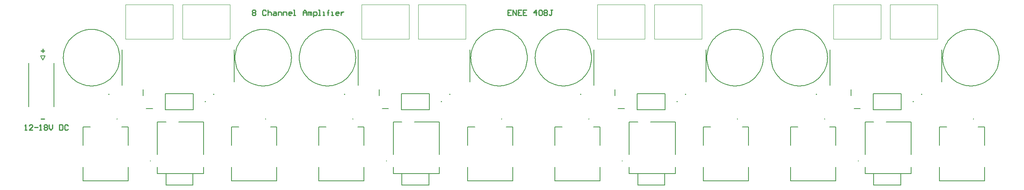
<source format=gto>
%FSTAX25Y25*%
%MOIN*%
%SFA1B1*%

%IPPOS*%
%ADD10C,0.003937*%
%ADD11C,0.007874*%
%ADD12C,0.005000*%
%ADD13C,0.010000*%
%LNamp_8ch-1*%
%LPD*%
G54D10*
X0728515Y0021192D02*
D01*
X0728515Y0021178*
X0728517Y0021165*
X0728519Y0021151*
X0728523Y0021138*
X0728527Y0021125*
X0728532Y0021112*
X0728538Y00211*
X0728545Y0021088*
X0728552Y0021076*
X0728561Y0021065*
X072857Y0021055*
X072858Y0021046*
X0728591Y0021037*
X0728602Y0021029*
X0728613Y0021022*
X0728625Y0021015*
X0728638Y002101*
X0728651Y0021005*
X0728664Y0021001*
X0728678Y0020998*
X0728691Y0020996*
X0728705Y0020995*
X0728719*
X0728732Y0020996*
X0728746Y0020998*
X0728759Y0021001*
X0728773Y0021005*
X0728785Y002101*
X0728798Y0021015*
X072881Y0021022*
X0728822Y0021029*
X0728833Y0021037*
X0728843Y0021046*
X0728853Y0021055*
X0728862Y0021065*
X0728871Y0021076*
X0728879Y0021088*
X0728885Y00211*
X0728891Y0021112*
X0728897Y0021125*
X0728901Y0021138*
X0728904Y0021151*
X0728907Y0021165*
X0728908Y0021178*
X0728909Y0021192*
D01*
X0728908Y0021206*
X0728907Y0021219*
X0728904Y0021233*
X0728901Y0021246*
X0728897Y0021259*
X0728892Y0021272*
X0728886Y0021284*
X0728879Y0021296*
X0728871Y0021308*
X0728863Y0021319*
X0728853Y0021329*
X0728843Y0021338*
X0728833Y0021347*
X0728822Y0021355*
X072881Y0021362*
X0728798Y0021369*
X0728786Y0021374*
X0728773Y0021379*
X0728759Y0021383*
X0728746Y0021386*
X0728732Y0021388*
X0728719Y0021389*
X0728705*
X0728691Y0021388*
X0728678Y0021386*
X0728664Y0021383*
X0728651Y0021379*
X0728638Y0021374*
X0728626Y0021369*
X0728613Y0021362*
X0728602Y0021355*
X0728591Y0021347*
X072858Y0021338*
X072857Y0021329*
X0728561Y0021319*
X0728553Y0021308*
X0728545Y0021296*
X0728538Y0021284*
X0728532Y0021272*
X0728527Y0021259*
X0728523Y0021246*
X0728519Y0021233*
X0728517Y0021219*
X0728515Y0021206*
X0728515Y0021192*
X0523015D02*
D01*
X0523015Y0021178*
X0523017Y0021165*
X0523019Y0021151*
X0523023Y0021138*
X0523027Y0021125*
X0523032Y0021112*
X0523038Y00211*
X0523045Y0021088*
X0523052Y0021076*
X0523061Y0021065*
X052307Y0021055*
X052308Y0021046*
X0523091Y0021037*
X0523102Y0021029*
X0523113Y0021022*
X0523125Y0021015*
X0523138Y002101*
X0523151Y0021005*
X0523164Y0021001*
X0523178Y0020998*
X0523191Y0020996*
X0523205Y0020995*
X0523219*
X0523232Y0020996*
X0523246Y0020998*
X0523259Y0021001*
X0523273Y0021005*
X0523285Y002101*
X0523298Y0021015*
X052331Y0021022*
X0523322Y0021029*
X0523333Y0021037*
X0523343Y0021046*
X0523353Y0021055*
X0523362Y0021065*
X0523371Y0021076*
X0523379Y0021088*
X0523385Y00211*
X0523391Y0021112*
X0523397Y0021125*
X0523401Y0021138*
X0523404Y0021151*
X0523407Y0021165*
X0523408Y0021178*
X0523409Y0021192*
D01*
X0523408Y0021206*
X0523407Y0021219*
X0523404Y0021233*
X0523401Y0021246*
X0523397Y0021259*
X0523392Y0021272*
X0523386Y0021284*
X0523379Y0021296*
X0523371Y0021308*
X0523363Y0021319*
X0523353Y0021329*
X0523343Y0021338*
X0523333Y0021347*
X0523322Y0021355*
X052331Y0021362*
X0523298Y0021369*
X0523286Y0021374*
X0523273Y0021379*
X0523259Y0021383*
X0523246Y0021386*
X0523232Y0021388*
X0523219Y0021389*
X0523205*
X0523191Y0021388*
X0523178Y0021386*
X0523164Y0021383*
X0523151Y0021379*
X0523138Y0021374*
X0523126Y0021369*
X0523113Y0021362*
X0523102Y0021355*
X0523091Y0021347*
X052308Y0021338*
X052307Y0021329*
X0523061Y0021319*
X0523053Y0021308*
X0523045Y0021296*
X0523038Y0021284*
X0523032Y0021272*
X0523027Y0021259*
X0523023Y0021246*
X0523019Y0021233*
X0523017Y0021219*
X0523015Y0021206*
X0523015Y0021192*
X0317515D02*
D01*
X0317515Y0021178*
X0317517Y0021165*
X0317519Y0021151*
X0317523Y0021138*
X0317527Y0021125*
X0317532Y0021112*
X0317538Y00211*
X0317545Y0021088*
X0317552Y0021076*
X0317561Y0021065*
X031757Y0021055*
X031758Y0021046*
X0317591Y0021037*
X0317602Y0021029*
X0317613Y0021022*
X0317625Y0021015*
X0317638Y002101*
X0317651Y0021005*
X0317664Y0021001*
X0317678Y0020998*
X0317691Y0020996*
X0317705Y0020995*
X0317719*
X0317732Y0020996*
X0317746Y0020998*
X0317759Y0021001*
X0317773Y0021005*
X0317785Y002101*
X0317798Y0021015*
X031781Y0021022*
X0317822Y0021029*
X0317833Y0021037*
X0317843Y0021046*
X0317853Y0021055*
X0317862Y0021065*
X0317871Y0021076*
X0317879Y0021088*
X0317885Y00211*
X0317891Y0021112*
X0317897Y0021125*
X0317901Y0021138*
X0317904Y0021151*
X0317907Y0021165*
X0317908Y0021178*
X0317909Y0021192*
D01*
X0317908Y0021206*
X0317907Y0021219*
X0317904Y0021233*
X0317901Y0021246*
X0317897Y0021259*
X0317892Y0021272*
X0317886Y0021284*
X0317879Y0021296*
X0317871Y0021308*
X0317863Y0021319*
X0317853Y0021329*
X0317843Y0021338*
X0317833Y0021347*
X0317822Y0021355*
X031781Y0021362*
X0317798Y0021369*
X0317786Y0021374*
X0317773Y0021379*
X0317759Y0021383*
X0317746Y0021386*
X0317732Y0021388*
X0317719Y0021389*
X0317705*
X0317691Y0021388*
X0317678Y0021386*
X0317664Y0021383*
X0317651Y0021379*
X0317638Y0021374*
X0317626Y0021369*
X0317613Y0021362*
X0317602Y0021355*
X0317591Y0021347*
X031758Y0021338*
X031757Y0021329*
X0317561Y0021319*
X0317553Y0021308*
X0317545Y0021296*
X0317538Y0021284*
X0317532Y0021272*
X0317527Y0021259*
X0317523Y0021246*
X0317519Y0021233*
X0317517Y0021219*
X0317515Y0021206*
X0317515Y0021192*
X0112015D02*
D01*
X0112015Y0021178*
X0112017Y0021165*
X0112019Y0021151*
X0112023Y0021138*
X0112027Y0021125*
X0112032Y0021112*
X0112038Y00211*
X0112045Y0021088*
X0112052Y0021076*
X0112061Y0021065*
X011207Y0021055*
X011208Y0021046*
X0112091Y0021037*
X0112102Y0021029*
X0112113Y0021022*
X0112125Y0021015*
X0112138Y002101*
X0112151Y0021005*
X0112164Y0021001*
X0112178Y0020998*
X0112191Y0020996*
X0112205Y0020995*
X0112219*
X0112232Y0020996*
X0112246Y0020998*
X0112259Y0021001*
X0112273Y0021005*
X0112285Y002101*
X0112298Y0021015*
X011231Y0021022*
X0112322Y0021029*
X0112333Y0021037*
X0112343Y0021046*
X0112353Y0021055*
X0112362Y0021065*
X0112371Y0021076*
X0112379Y0021088*
X0112385Y00211*
X0112391Y0021112*
X0112397Y0021125*
X0112401Y0021138*
X0112404Y0021151*
X0112407Y0021165*
X0112408Y0021178*
X0112409Y0021192*
D01*
X0112408Y0021206*
X0112407Y0021219*
X0112404Y0021233*
X0112401Y0021246*
X0112397Y0021259*
X0112392Y0021272*
X0112386Y0021284*
X0112379Y0021296*
X0112371Y0021308*
X0112363Y0021319*
X0112353Y0021329*
X0112343Y0021338*
X0112333Y0021347*
X0112322Y0021355*
X011231Y0021362*
X0112298Y0021369*
X0112286Y0021374*
X0112273Y0021379*
X0112259Y0021383*
X0112246Y0021386*
X0112232Y0021388*
X0112219Y0021389*
X0112205*
X0112191Y0021388*
X0112178Y0021386*
X0112164Y0021383*
X0112151Y0021379*
X0112138Y0021374*
X0112126Y0021369*
X0112113Y0021362*
X0112102Y0021355*
X0112091Y0021347*
X011208Y0021338*
X011207Y0021329*
X0112061Y0021319*
X0112053Y0021308*
X0112045Y0021296*
X0112038Y0021284*
X0112032Y0021272*
X0112027Y0021259*
X0112023Y0021246*
X0112019Y0021233*
X0112017Y0021219*
X0112015Y0021206*
X0112015Y0021192*
X0699519Y0057409D02*
D01*
X0699533Y0057409*
X0699547Y0057411*
X069956Y0057413*
X0699573Y0057417*
X0699587Y0057421*
X0699599Y0057426*
X0699612Y0057432*
X0699623Y0057439*
X0699635Y0057447*
X0699646Y0057455*
X0699656Y0057464*
X0699665Y0057474*
X0699674Y0057485*
X0699682Y0057496*
X069969Y0057507*
X0699696Y005752*
X0699702Y0057532*
X0699706Y0057545*
X069971Y0057558*
X0699713Y0057572*
X0699715Y0057585*
X0699716Y0057599*
Y0057613*
X0699715Y0057626*
X0699713Y005764*
X069971Y0057653*
X0699706Y0057667*
X0699702Y005768*
X0699696Y0057692*
X069969Y0057704*
X0699682Y0057716*
X0699674Y0057727*
X0699665Y0057737*
X0699656Y0057747*
X0699646Y0057757*
X0699635Y0057765*
X0699623Y0057773*
X0699612Y005778*
X0699599Y0057786*
X0699587Y0057791*
X0699573Y0057795*
X069956Y0057798*
X0699547Y0057801*
X0699533Y0057802*
X0699519Y0057803*
D01*
X0699505Y0057802*
X0699492Y0057801*
X0699478Y0057798*
X0699465Y0057795*
X0699452Y0057791*
X0699439Y0057786*
X0699427Y005778*
X0699415Y0057773*
X0699404Y0057765*
X0699393Y0057757*
X0699382Y0057747*
X0699373Y0057738*
X0699364Y0057727*
X0699356Y0057716*
X0699349Y0057704*
X0699342Y0057692*
X0699337Y005768*
X0699332Y0057667*
X0699328Y0057654*
X0699325Y005764*
X0699323Y0057626*
X0699323Y0057613*
Y0057599*
X0699323Y0057585*
X0699325Y0057572*
X0699328Y0057558*
X0699332Y0057545*
X0699337Y0057532*
X0699342Y005752*
X0699349Y0057508*
X0699356Y0057496*
X0699364Y0057485*
X0699373Y0057474*
X0699382Y0057464*
X0699393Y0057455*
X0699404Y0057447*
X0699415Y0057439*
X0699427Y0057432*
X0699439Y0057426*
X0699452Y0057421*
X0699465Y0057417*
X0699478Y0057413*
X0699492Y0057411*
X0699505Y005741*
X0699519Y0057409*
X0829019D02*
D01*
X0829033Y0057409*
X0829047Y0057411*
X082906Y0057413*
X0829073Y0057417*
X0829087Y0057421*
X0829099Y0057426*
X0829112Y0057432*
X0829123Y0057439*
X0829135Y0057447*
X0829146Y0057455*
X0829156Y0057464*
X0829165Y0057474*
X0829174Y0057485*
X0829182Y0057496*
X082919Y0057507*
X0829196Y005752*
X0829202Y0057532*
X0829206Y0057545*
X082921Y0057558*
X0829213Y0057572*
X0829215Y0057585*
X0829216Y0057599*
Y0057613*
X0829215Y0057626*
X0829213Y005764*
X082921Y0057653*
X0829206Y0057667*
X0829202Y005768*
X0829196Y0057692*
X082919Y0057704*
X0829182Y0057716*
X0829174Y0057727*
X0829165Y0057737*
X0829156Y0057747*
X0829146Y0057757*
X0829135Y0057765*
X0829123Y0057773*
X0829112Y005778*
X0829099Y0057786*
X0829087Y0057791*
X0829073Y0057795*
X082906Y0057798*
X0829047Y0057801*
X0829033Y0057802*
X0829019Y0057803*
D01*
X0829005Y0057802*
X0828992Y0057801*
X0828978Y0057798*
X0828965Y0057795*
X0828952Y0057791*
X0828939Y0057786*
X0828927Y005778*
X0828915Y0057773*
X0828904Y0057765*
X0828893Y0057757*
X0828882Y0057747*
X0828873Y0057738*
X0828864Y0057727*
X0828856Y0057716*
X0828849Y0057704*
X0828842Y0057692*
X0828837Y005768*
X0828832Y0057667*
X0828828Y0057654*
X0828825Y005764*
X0828823Y0057626*
X0828823Y0057613*
Y0057599*
X0828823Y0057585*
X0828825Y0057572*
X0828828Y0057558*
X0828832Y0057545*
X0828837Y0057532*
X0828842Y005752*
X0828849Y0057508*
X0828856Y0057496*
X0828864Y0057485*
X0828873Y0057474*
X0828882Y0057464*
X0828893Y0057455*
X0828904Y0057447*
X0828915Y0057439*
X0828927Y0057432*
X0828939Y0057426*
X0828952Y0057421*
X0828965Y0057417*
X0828978Y0057413*
X0828992Y0057411*
X0829005Y005741*
X0829019Y0057409*
X0494019D02*
D01*
X0494033Y0057409*
X0494047Y0057411*
X049406Y0057413*
X0494073Y0057417*
X0494087Y0057421*
X0494099Y0057426*
X0494112Y0057432*
X0494123Y0057439*
X0494135Y0057447*
X0494146Y0057455*
X0494156Y0057464*
X0494165Y0057474*
X0494174Y0057485*
X0494182Y0057496*
X049419Y0057507*
X0494196Y005752*
X0494202Y0057532*
X0494206Y0057545*
X049421Y0057558*
X0494213Y0057572*
X0494215Y0057585*
X0494216Y0057599*
Y0057613*
X0494215Y0057626*
X0494213Y005764*
X049421Y0057653*
X0494206Y0057667*
X0494202Y005768*
X0494196Y0057692*
X049419Y0057704*
X0494182Y0057716*
X0494174Y0057727*
X0494165Y0057737*
X0494156Y0057747*
X0494146Y0057757*
X0494135Y0057765*
X0494123Y0057773*
X0494112Y005778*
X0494099Y0057786*
X0494087Y0057791*
X0494073Y0057795*
X049406Y0057798*
X0494047Y0057801*
X0494033Y0057802*
X0494019Y0057803*
D01*
X0494005Y0057802*
X0493992Y0057801*
X0493978Y0057798*
X0493965Y0057795*
X0493952Y0057791*
X0493939Y0057786*
X0493927Y005778*
X0493915Y0057773*
X0493904Y0057765*
X0493893Y0057757*
X0493882Y0057747*
X0493873Y0057738*
X0493864Y0057727*
X0493856Y0057716*
X0493849Y0057704*
X0493842Y0057692*
X0493837Y005768*
X0493832Y0057667*
X0493828Y0057654*
X0493825Y005764*
X0493823Y0057626*
X0493823Y0057613*
Y0057599*
X0493823Y0057585*
X0493825Y0057572*
X0493828Y0057558*
X0493832Y0057545*
X0493837Y0057532*
X0493842Y005752*
X0493849Y0057508*
X0493856Y0057496*
X0493864Y0057485*
X0493873Y0057474*
X0493882Y0057464*
X0493893Y0057455*
X0493904Y0057447*
X0493915Y0057439*
X0493927Y0057432*
X0493939Y0057426*
X0493952Y0057421*
X0493965Y0057417*
X0493978Y0057413*
X0493992Y0057411*
X0494005Y005741*
X0494019Y0057409*
X0623519D02*
D01*
X0623533Y0057409*
X0623547Y0057411*
X062356Y0057413*
X0623573Y0057417*
X0623587Y0057421*
X0623599Y0057426*
X0623612Y0057432*
X0623623Y0057439*
X0623635Y0057447*
X0623646Y0057455*
X0623656Y0057464*
X0623665Y0057474*
X0623674Y0057485*
X0623682Y0057496*
X062369Y0057507*
X0623696Y005752*
X0623702Y0057532*
X0623706Y0057545*
X062371Y0057558*
X0623713Y0057572*
X0623715Y0057585*
X0623716Y0057599*
Y0057613*
X0623715Y0057626*
X0623713Y005764*
X062371Y0057653*
X0623706Y0057667*
X0623702Y005768*
X0623696Y0057692*
X062369Y0057704*
X0623682Y0057716*
X0623674Y0057727*
X0623665Y0057737*
X0623656Y0057747*
X0623646Y0057757*
X0623635Y0057765*
X0623623Y0057773*
X0623612Y005778*
X0623599Y0057786*
X0623587Y0057791*
X0623573Y0057795*
X062356Y0057798*
X0623547Y0057801*
X0623533Y0057802*
X0623519Y0057803*
D01*
X0623505Y0057802*
X0623492Y0057801*
X0623478Y0057798*
X0623465Y0057795*
X0623452Y0057791*
X0623439Y0057786*
X0623427Y005778*
X0623415Y0057773*
X0623404Y0057765*
X0623393Y0057757*
X0623382Y0057747*
X0623373Y0057738*
X0623364Y0057727*
X0623356Y0057716*
X0623349Y0057704*
X0623342Y0057692*
X0623337Y005768*
X0623332Y0057667*
X0623328Y0057654*
X0623325Y005764*
X0623323Y0057626*
X0623323Y0057613*
Y0057599*
X0623323Y0057585*
X0623325Y0057572*
X0623328Y0057558*
X0623332Y0057545*
X0623337Y0057532*
X0623342Y005752*
X0623349Y0057508*
X0623356Y0057496*
X0623364Y0057485*
X0623373Y0057474*
X0623382Y0057464*
X0623393Y0057455*
X0623404Y0057447*
X0623415Y0057439*
X0623427Y0057432*
X0623439Y0057426*
X0623452Y0057421*
X0623465Y0057417*
X0623478Y0057413*
X0623492Y0057411*
X0623505Y005741*
X0623519Y0057409*
X0288519D02*
D01*
X0288533Y0057409*
X0288547Y0057411*
X028856Y0057413*
X0288573Y0057417*
X0288587Y0057421*
X0288599Y0057426*
X0288612Y0057432*
X0288623Y0057439*
X0288635Y0057447*
X0288646Y0057455*
X0288656Y0057464*
X0288665Y0057474*
X0288674Y0057485*
X0288682Y0057496*
X028869Y0057507*
X0288696Y005752*
X0288702Y0057532*
X0288706Y0057545*
X028871Y0057558*
X0288713Y0057572*
X0288715Y0057585*
X0288716Y0057599*
Y0057613*
X0288715Y0057626*
X0288713Y005764*
X028871Y0057653*
X0288706Y0057667*
X0288702Y005768*
X0288696Y0057692*
X028869Y0057704*
X0288682Y0057716*
X0288674Y0057727*
X0288665Y0057737*
X0288656Y0057747*
X0288646Y0057757*
X0288635Y0057765*
X0288623Y0057773*
X0288612Y005778*
X0288599Y0057786*
X0288587Y0057791*
X0288573Y0057795*
X028856Y0057798*
X0288547Y0057801*
X0288533Y0057802*
X0288519Y0057803*
D01*
X0288505Y0057802*
X0288492Y0057801*
X0288478Y0057798*
X0288465Y0057795*
X0288452Y0057791*
X0288439Y0057786*
X0288427Y005778*
X0288415Y0057773*
X0288404Y0057765*
X0288393Y0057757*
X0288382Y0057747*
X0288373Y0057738*
X0288364Y0057727*
X0288356Y0057716*
X0288349Y0057704*
X0288342Y0057692*
X0288337Y005768*
X0288332Y0057667*
X0288328Y0057654*
X0288325Y005764*
X0288323Y0057626*
X0288323Y0057613*
Y0057599*
X0288323Y0057585*
X0288325Y0057572*
X0288328Y0057558*
X0288332Y0057545*
X0288337Y0057532*
X0288342Y005752*
X0288349Y0057508*
X0288356Y0057496*
X0288364Y0057485*
X0288373Y0057474*
X0288382Y0057464*
X0288393Y0057455*
X0288404Y0057447*
X0288415Y0057439*
X0288427Y0057432*
X0288439Y0057426*
X0288452Y0057421*
X0288465Y0057417*
X0288478Y0057413*
X0288492Y0057411*
X0288505Y005741*
X0288519Y0057409*
X0418019D02*
D01*
X0418033Y0057409*
X0418047Y0057411*
X041806Y0057413*
X0418073Y0057417*
X0418087Y0057421*
X0418099Y0057426*
X0418112Y0057432*
X0418123Y0057439*
X0418135Y0057447*
X0418146Y0057455*
X0418156Y0057464*
X0418165Y0057474*
X0418174Y0057485*
X0418182Y0057496*
X041819Y0057507*
X0418196Y005752*
X0418202Y0057532*
X0418206Y0057545*
X041821Y0057558*
X0418213Y0057572*
X0418215Y0057585*
X0418216Y0057599*
Y0057613*
X0418215Y0057626*
X0418213Y005764*
X041821Y0057653*
X0418206Y0057667*
X0418202Y005768*
X0418196Y0057692*
X041819Y0057704*
X0418182Y0057716*
X0418174Y0057727*
X0418165Y0057737*
X0418156Y0057747*
X0418146Y0057757*
X0418135Y0057765*
X0418123Y0057773*
X0418112Y005778*
X0418099Y0057786*
X0418087Y0057791*
X0418073Y0057795*
X041806Y0057798*
X0418047Y0057801*
X0418033Y0057802*
X0418019Y0057803*
D01*
X0418005Y0057802*
X0417992Y0057801*
X0417978Y0057798*
X0417965Y0057795*
X0417952Y0057791*
X0417939Y0057786*
X0417927Y005778*
X0417915Y0057773*
X0417904Y0057765*
X0417893Y0057757*
X0417882Y0057747*
X0417873Y0057738*
X0417864Y0057727*
X0417856Y0057716*
X0417849Y0057704*
X0417842Y0057692*
X0417837Y005768*
X0417832Y0057667*
X0417828Y0057654*
X0417825Y005764*
X0417823Y0057626*
X0417823Y0057613*
Y0057599*
X0417823Y0057585*
X0417825Y0057572*
X0417828Y0057558*
X0417832Y0057545*
X0417837Y0057532*
X0417842Y005752*
X0417849Y0057508*
X0417856Y0057496*
X0417864Y0057485*
X0417873Y0057474*
X0417882Y0057464*
X0417893Y0057455*
X0417904Y0057447*
X0417915Y0057439*
X0417927Y0057432*
X0417939Y0057426*
X0417952Y0057421*
X0417965Y0057417*
X0417978Y0057413*
X0417992Y0057411*
X0418005Y005741*
X0418019Y0057409*
X0083019D02*
D01*
X0083033Y0057409*
X0083047Y0057411*
X008306Y0057413*
X0083073Y0057417*
X0083087Y0057421*
X0083099Y0057426*
X0083112Y0057432*
X0083123Y0057439*
X0083135Y0057447*
X0083146Y0057455*
X0083156Y0057464*
X0083165Y0057474*
X0083174Y0057485*
X0083182Y0057496*
X008319Y0057507*
X0083196Y005752*
X0083202Y0057532*
X0083206Y0057545*
X008321Y0057558*
X0083213Y0057572*
X0083215Y0057585*
X0083216Y0057599*
Y0057613*
X0083215Y0057626*
X0083213Y005764*
X008321Y0057653*
X0083206Y0057667*
X0083202Y005768*
X0083196Y0057692*
X008319Y0057704*
X0083182Y0057716*
X0083174Y0057727*
X0083165Y0057737*
X0083156Y0057747*
X0083146Y0057757*
X0083135Y0057765*
X0083123Y0057773*
X0083112Y005778*
X0083099Y0057786*
X0083087Y0057791*
X0083073Y0057795*
X008306Y0057798*
X0083047Y0057801*
X0083033Y0057802*
X0083019Y0057803*
D01*
X0083005Y0057802*
X0082992Y0057801*
X0082978Y0057798*
X0082965Y0057795*
X0082952Y0057791*
X0082939Y0057786*
X0082927Y005778*
X0082915Y0057773*
X0082904Y0057765*
X0082893Y0057757*
X0082882Y0057747*
X0082873Y0057738*
X0082864Y0057727*
X0082856Y0057716*
X0082849Y0057704*
X0082842Y0057692*
X0082837Y005768*
X0082832Y0057667*
X0082828Y0057654*
X0082825Y005764*
X0082823Y0057626*
X0082823Y0057613*
Y0057599*
X0082823Y0057585*
X0082825Y0057572*
X0082828Y0057558*
X0082832Y0057545*
X0082837Y0057532*
X0082842Y005752*
X0082849Y0057508*
X0082856Y0057496*
X0082864Y0057485*
X0082873Y0057474*
X0082882Y0057464*
X0082893Y0057455*
X0082904Y0057447*
X0082915Y0057439*
X0082927Y0057432*
X0082939Y0057426*
X0082952Y0057421*
X0082965Y0057417*
X0082978Y0057413*
X0082992Y0057411*
X0083005Y005741*
X0083019Y0057409*
X0212519D02*
D01*
X0212533Y0057409*
X0212547Y0057411*
X021256Y0057413*
X0212573Y0057417*
X0212587Y0057421*
X0212599Y0057426*
X0212612Y0057432*
X0212623Y0057439*
X0212635Y0057447*
X0212646Y0057455*
X0212656Y0057464*
X0212665Y0057474*
X0212674Y0057485*
X0212682Y0057496*
X021269Y0057507*
X0212696Y005752*
X0212702Y0057532*
X0212706Y0057545*
X021271Y0057558*
X0212713Y0057572*
X0212715Y0057585*
X0212716Y0057599*
Y0057613*
X0212715Y0057626*
X0212713Y005764*
X021271Y0057653*
X0212706Y0057667*
X0212702Y005768*
X0212696Y0057692*
X021269Y0057704*
X0212682Y0057716*
X0212674Y0057727*
X0212665Y0057737*
X0212656Y0057747*
X0212646Y0057757*
X0212635Y0057765*
X0212623Y0057773*
X0212612Y005778*
X0212599Y0057786*
X0212587Y0057791*
X0212573Y0057795*
X021256Y0057798*
X0212547Y0057801*
X0212533Y0057802*
X0212519Y0057803*
D01*
X0212505Y0057802*
X0212492Y0057801*
X0212478Y0057798*
X0212465Y0057795*
X0212452Y0057791*
X0212439Y0057786*
X0212427Y005778*
X0212415Y0057773*
X0212404Y0057765*
X0212393Y0057757*
X0212382Y0057747*
X0212373Y0057738*
X0212364Y0057727*
X0212356Y0057716*
X0212349Y0057704*
X0212342Y0057692*
X0212337Y005768*
X0212332Y0057667*
X0212328Y0057654*
X0212325Y005764*
X0212323Y0057626*
X0212323Y0057613*
Y0057599*
X0212323Y0057585*
X0212325Y0057572*
X0212328Y0057558*
X0212332Y0057545*
X0212337Y0057532*
X0212342Y005752*
X0212349Y0057508*
X0212356Y0057496*
X0212364Y0057485*
X0212373Y0057474*
X0212382Y0057464*
X0212393Y0057455*
X0212404Y0057447*
X0212415Y0057439*
X0212427Y0057432*
X0212439Y0057426*
X0212452Y0057421*
X0212465Y0057417*
X0212478Y0057413*
X0212492Y0057411*
X0212505Y005741*
X0212519Y0057409*
X0707173Y0157141D02*
X0748511D01*
Y012722D02*
Y0157141D01*
X0707173Y012722D02*
X0748511D01*
X0707173D02*
Y0157141D01*
X0756673D02*
X0798011D01*
Y012722D02*
Y0157141D01*
X0756673Y012722D02*
X0798011D01*
X0756673D02*
Y0157141D01*
X0501673D02*
X0543011D01*
Y012722D02*
Y0157141D01*
X0501673Y012722D02*
X0543011D01*
X0501673D02*
Y0157141D01*
X0551173D02*
X0592511D01*
Y012722D02*
Y0157141D01*
X0551173Y012722D02*
X0592511D01*
X0551173D02*
Y0157141D01*
X0296173D02*
X0337511D01*
Y012722D02*
Y0157141D01*
X0296173Y012722D02*
X0337511D01*
X0296173D02*
Y0157141D01*
X0345673D02*
X0387011D01*
Y012722D02*
Y0157141D01*
X0345673Y012722D02*
X0387011D01*
X0345673D02*
Y0157141D01*
X0090673D02*
X0132011D01*
Y012722D02*
Y0157141D01*
X0090673Y012722D02*
X0132011D01*
X0090673D02*
Y0157141D01*
X0140173D02*
X0181511D01*
Y012722D02*
Y0157141D01*
X0140173Y012722D02*
X0181511D01*
X0140173D02*
Y0157141D01*
G54D11*
X0692657Y0079126D02*
D01*
X0692657Y0079139*
X0692655Y0079153*
X0692653Y0079166*
X0692649Y007918*
X0692645Y0079193*
X069264Y0079206*
X0692634Y0079218*
X0692627Y007923*
X0692619Y0079241*
X0692611Y0079252*
X0692602Y0079262*
X0692592Y0079272*
X0692581Y0079281*
X069257Y0079289*
X0692559Y0079296*
X0692546Y0079302*
X0692534Y0079308*
X0692521Y0079313*
X0692508Y0079316*
X0692494Y0079319*
X0692481Y0079321*
X0692467Y0079322*
X0692453*
X069244Y0079321*
X0692426Y0079319*
X0692413Y0079316*
X0692399Y0079313*
X0692386Y0079308*
X0692374Y0079302*
X0692362Y0079296*
X069235Y0079289*
X0692339Y0079281*
X0692329Y0079272*
X0692319Y0079262*
X0692309Y0079252*
X0692301Y0079241*
X0692293Y007923*
X0692286Y0079218*
X069228Y0079206*
X0692275Y0079193*
X0692271Y007918*
X0692268Y0079166*
X0692265Y0079153*
X0692264Y0079139*
X0692263Y0079126*
X0692264Y0079112*
X0692265Y0079098*
X0692268Y0079085*
X0692271Y0079071*
X0692275Y0079058*
X069228Y0079045*
X0692286Y0079033*
X0692293Y0079021*
X0692301Y007901*
X0692309Y0078999*
X0692319Y0078989*
X0692329Y0078979*
X0692339Y007897*
X069235Y0078962*
X0692362Y0078955*
X0692374Y0078949*
X0692386Y0078943*
X0692399Y0078938*
X0692413Y0078935*
X0692426Y0078932*
X069244Y007893*
X0692453Y0078929*
X0692467*
X0692481Y007893*
X0692494Y0078932*
X0692508Y0078935*
X0692521Y0078938*
X0692534Y0078943*
X0692546Y0078949*
X0692559Y0078955*
X069257Y0078962*
X0692581Y007897*
X0692592Y0078979*
X0692602Y0078989*
X0692611Y0078999*
X0692619Y007901*
X0692627Y0079021*
X0692634Y0079033*
X069264Y0079045*
X0692645Y0079058*
X0692649Y0079071*
X0692653Y0079085*
X0692655Y0079098*
X0692657Y0079112*
X0692657Y0079126*
X0702106Y0110968D02*
D01*
X0702046Y0112684*
X0701866Y0114393*
X0701568Y0116084*
X0701153Y011775*
X0700622Y0119384*
X0699978Y0120976*
X0699226Y012252*
X0698367Y0124007*
X0697406Y0125431*
X0696349Y0126785*
X06952Y0128061*
X0693964Y0129254*
X0692649Y0130358*
X0691259Y0131368*
X0689803Y0132278*
X0688286Y0133084*
X0686717Y0133783*
X0685103Y013437*
X0683452Y0134843*
X0681772Y01352*
X0680072Y013544*
X0678358Y0135559*
X0676641*
X0674927Y013544*
X0673227Y01352*
X0671547Y0134843*
X0669896Y013437*
X0668282Y0133783*
X0666713Y0133084*
X0665196Y0132278*
X066374Y0131368*
X066235Y0130358*
X0661035Y0129254*
X0659799Y0128061*
X065865Y0126785*
X0657593Y0125431*
X0656632Y0124007*
X0655773Y012252*
X0655021Y0120976*
X0654377Y0119384*
X0653846Y011775*
X0653431Y0116084*
X0653133Y0114393*
X0652953Y0112684*
X0652893Y0110968*
X0652953Y0109252*
X0653133Y0107543*
X0653431Y0105852*
X0653846Y0104186*
X0654377Y0102552*
X0655021Y010096*
X0655773Y0099416*
X0656632Y0097929*
X0657593Y0096505*
X065865Y0095151*
X0659799Y0093875*
X0661035Y0092682*
X066235Y0091578*
X066374Y0090568*
X0665196Y0089658*
X0666713Y0088852*
X0668282Y0088153*
X0669896Y0087566*
X0671547Y0087093*
X0673227Y0086736*
X0674927Y0086496*
X0676641Y0086377*
X0678358*
X0680072Y0086496*
X0681772Y0086736*
X0683452Y0087093*
X0685103Y0087566*
X0686717Y0088153*
X0688286Y0088852*
X0689803Y0089658*
X0691259Y0090568*
X0692649Y0091578*
X0693964Y0092682*
X06952Y0093875*
X0696349Y0095151*
X0697406Y0096505*
X0698367Y0097929*
X0699226Y0099416*
X0699978Y010096*
X0700622Y0102552*
X0701153Y0104186*
X0701568Y0105852*
X0701866Y0107543*
X0702046Y0109252*
X0702106Y0110968*
X0851606D02*
D01*
X0851546Y0112684*
X0851366Y0114393*
X0851068Y0116084*
X0850653Y011775*
X0850122Y0119384*
X0849478Y0120976*
X0848726Y012252*
X0847867Y0124007*
X0846906Y0125431*
X0845849Y0126785*
X08447Y0128061*
X0843464Y0129254*
X0842149Y0130358*
X0840759Y0131368*
X0839303Y0132278*
X0837786Y0133084*
X0836217Y0133783*
X0834603Y013437*
X0832952Y0134843*
X0831272Y01352*
X0829572Y013544*
X0827858Y0135559*
X0826141*
X0824427Y013544*
X0822727Y01352*
X0821047Y0134843*
X0819396Y013437*
X0817782Y0133783*
X0816213Y0133084*
X0814696Y0132278*
X081324Y0131368*
X081185Y0130358*
X0810535Y0129254*
X0809299Y0128061*
X080815Y0126785*
X0807093Y0125431*
X0806132Y0124007*
X0805273Y012252*
X0804521Y0120976*
X0803877Y0119384*
X0803346Y011775*
X0802931Y0116084*
X0802633Y0114393*
X0802453Y0112684*
X0802393Y0110968*
X0802453Y0109252*
X0802633Y0107543*
X0802931Y0105852*
X0803346Y0104186*
X0803877Y0102552*
X0804521Y010096*
X0805273Y0099416*
X0806132Y0097929*
X0807093Y0096505*
X080815Y0095151*
X0809299Y0093875*
X0810535Y0092682*
X081185Y0091578*
X081324Y0090568*
X0814696Y0089658*
X0816213Y0088852*
X0817782Y0088153*
X0819396Y0087566*
X0821047Y0087093*
X0822727Y0086736*
X0824427Y0086496*
X0826141Y0086377*
X0827858*
X0829572Y0086496*
X0831272Y0086736*
X0832952Y0087093*
X0834603Y0087566*
X0836217Y0088153*
X0837786Y0088852*
X0839303Y0089658*
X0840759Y0090568*
X0842149Y0091578*
X0843464Y0092682*
X08447Y0093875*
X0845849Y0095151*
X0846906Y0096505*
X0847867Y0097929*
X0848726Y0099416*
X0849478Y010096*
X0850122Y0102552*
X0850653Y0104186*
X0851068Y0105852*
X0851366Y0107543*
X0851546Y0109252*
X0851606Y0110968*
X0784157Y0079126D02*
D01*
X0784157Y0079139*
X0784155Y0079153*
X0784153Y0079166*
X0784149Y007918*
X0784145Y0079193*
X078414Y0079206*
X0784134Y0079218*
X0784127Y007923*
X0784119Y0079241*
X0784111Y0079252*
X0784102Y0079262*
X0784092Y0079272*
X0784081Y0079281*
X078407Y0079289*
X0784059Y0079296*
X0784046Y0079302*
X0784034Y0079308*
X0784021Y0079313*
X0784008Y0079316*
X0783994Y0079319*
X0783981Y0079321*
X0783967Y0079322*
X0783953*
X078394Y0079321*
X0783926Y0079319*
X0783913Y0079316*
X0783899Y0079313*
X0783886Y0079308*
X0783874Y0079302*
X0783862Y0079296*
X078385Y0079289*
X0783839Y0079281*
X0783829Y0079272*
X0783819Y0079262*
X0783809Y0079252*
X0783801Y0079241*
X0783793Y007923*
X0783786Y0079218*
X078378Y0079206*
X0783775Y0079193*
X0783771Y007918*
X0783768Y0079166*
X0783765Y0079153*
X0783764Y0079139*
X0783763Y0079126*
X0783764Y0079112*
X0783765Y0079098*
X0783768Y0079085*
X0783771Y0079071*
X0783775Y0079058*
X078378Y0079045*
X0783786Y0079033*
X0783793Y0079021*
X0783801Y007901*
X0783809Y0078999*
X0783819Y0078989*
X0783829Y0078979*
X0783839Y007897*
X078385Y0078962*
X0783862Y0078955*
X0783874Y0078949*
X0783886Y0078943*
X0783899Y0078938*
X0783913Y0078935*
X0783926Y0078932*
X078394Y007893*
X0783953Y0078929*
X0783967*
X0783981Y007893*
X0783994Y0078932*
X0784008Y0078935*
X0784021Y0078938*
X0784034Y0078943*
X0784046Y0078949*
X0784059Y0078955*
X078407Y0078962*
X0784081Y007897*
X0784092Y0078979*
X0784102Y0078989*
X0784111Y0078999*
X0784119Y007901*
X0784127Y0079021*
X0784134Y0079033*
X078414Y0079045*
X0784145Y0079058*
X0784149Y0079071*
X0784153Y0079085*
X0784155Y0079098*
X0784157Y0079112*
X0784157Y0079126*
X0776834Y0072626D02*
D01*
X0776834Y0072639*
X0776832Y0072653*
X077683Y0072666*
X0776826Y007268*
X0776822Y0072693*
X0776817Y0072706*
X0776811Y0072718*
X0776804Y007273*
X0776797Y0072741*
X0776788Y0072752*
X0776779Y0072762*
X0776769Y0072772*
X0776758Y0072781*
X0776747Y0072789*
X0776736Y0072796*
X0776724Y0072802*
X0776711Y0072808*
X0776698Y0072813*
X0776685Y0072816*
X0776671Y0072819*
X0776658Y0072821*
X0776644Y0072822*
X077663*
X0776617Y0072821*
X0776603Y0072819*
X077659Y0072816*
X0776576Y0072813*
X0776564Y0072808*
X0776551Y0072802*
X0776539Y0072796*
X0776527Y0072789*
X0776516Y0072781*
X0776506Y0072772*
X0776496Y0072762*
X0776487Y0072752*
X0776478Y0072741*
X077647Y007273*
X0776464Y0072718*
X0776458Y0072706*
X0776452Y0072693*
X0776448Y007268*
X0776445Y0072666*
X0776442Y0072653*
X0776441Y0072639*
X077644Y0072626*
D01*
X0776441Y0072612*
X0776442Y0072598*
X0776445Y0072585*
X0776448Y0072571*
X0776452Y0072558*
X0776457Y0072545*
X0776463Y0072533*
X077647Y0072521*
X0776478Y007251*
X0776486Y0072499*
X0776496Y0072489*
X0776506Y0072479*
X0776516Y007247*
X0776527Y0072462*
X0776539Y0072455*
X0776551Y0072449*
X0776563Y0072443*
X0776576Y0072438*
X077659Y0072435*
X0776603Y0072432*
X0776617Y007243*
X077663Y0072429*
X0776644*
X0776658Y007243*
X0776671Y0072432*
X0776685Y0072435*
X0776698Y0072438*
X0776711Y0072443*
X0776723Y0072449*
X0776736Y0072455*
X0776747Y0072462*
X0776758Y007247*
X0776769Y0072479*
X0776779Y0072489*
X0776788Y0072499*
X0776796Y007251*
X0776804Y0072521*
X0776811Y0072533*
X0776817Y0072545*
X0776822Y0072558*
X0776826Y0072571*
X077683Y0072585*
X0776832Y0072598*
X0776834Y0072612*
X0776834Y0072626*
D01*
X0776834Y0072639*
X0776832Y0072653*
X077683Y0072666*
X0776826Y007268*
X0776822Y0072693*
X0776817Y0072706*
X0776811Y0072718*
X0776804Y007273*
X0776797Y0072741*
X0776788Y0072752*
X0776779Y0072762*
X0776769Y0072772*
X0776758Y0072781*
X0776747Y0072789*
X0776736Y0072796*
X0776724Y0072802*
X0776711Y0072808*
X0776698Y0072813*
X0776685Y0072816*
X0776671Y0072819*
X0776658Y0072821*
X0776644Y0072822*
X077663*
X0776617Y0072821*
X0776603Y0072819*
X077659Y0072816*
X0776576Y0072813*
X0776564Y0072808*
X0776551Y0072802*
X0776539Y0072796*
X0776527Y0072789*
X0776516Y0072781*
X0776506Y0072772*
X0776496Y0072762*
X0776487Y0072752*
X0776478Y0072741*
X077647Y007273*
X0776464Y0072718*
X0776458Y0072706*
X0776452Y0072693*
X0776448Y007268*
X0776445Y0072666*
X0776442Y0072653*
X0776441Y0072639*
X077644Y0072626*
X0487157Y0079126D02*
D01*
X0487157Y0079139*
X0487155Y0079153*
X0487153Y0079166*
X0487149Y007918*
X0487145Y0079193*
X048714Y0079206*
X0487134Y0079218*
X0487127Y007923*
X0487119Y0079241*
X0487111Y0079252*
X0487102Y0079262*
X0487092Y0079272*
X0487081Y0079281*
X048707Y0079289*
X0487059Y0079296*
X0487046Y0079302*
X0487034Y0079308*
X0487021Y0079313*
X0487008Y0079316*
X0486994Y0079319*
X0486981Y0079321*
X0486967Y0079322*
X0486953*
X048694Y0079321*
X0486926Y0079319*
X0486913Y0079316*
X0486899Y0079313*
X0486886Y0079308*
X0486874Y0079302*
X0486862Y0079296*
X048685Y0079289*
X0486839Y0079281*
X0486829Y0079272*
X0486819Y0079262*
X0486809Y0079252*
X0486801Y0079241*
X0486793Y007923*
X0486786Y0079218*
X048678Y0079206*
X0486775Y0079193*
X0486771Y007918*
X0486768Y0079166*
X0486765Y0079153*
X0486764Y0079139*
X0486763Y0079126*
X0486764Y0079112*
X0486765Y0079098*
X0486768Y0079085*
X0486771Y0079071*
X0486775Y0079058*
X048678Y0079045*
X0486786Y0079033*
X0486793Y0079021*
X0486801Y007901*
X0486809Y0078999*
X0486819Y0078989*
X0486829Y0078979*
X0486839Y007897*
X048685Y0078962*
X0486862Y0078955*
X0486874Y0078949*
X0486886Y0078943*
X0486899Y0078938*
X0486913Y0078935*
X0486926Y0078932*
X048694Y007893*
X0486953Y0078929*
X0486967*
X0486981Y007893*
X0486994Y0078932*
X0487008Y0078935*
X0487021Y0078938*
X0487034Y0078943*
X0487046Y0078949*
X0487059Y0078955*
X048707Y0078962*
X0487081Y007897*
X0487092Y0078979*
X0487102Y0078989*
X0487111Y0078999*
X0487119Y007901*
X0487127Y0079021*
X0487134Y0079033*
X048714Y0079045*
X0487145Y0079058*
X0487149Y0079071*
X0487153Y0079085*
X0487155Y0079098*
X0487157Y0079112*
X0487157Y0079126*
X0496606Y0110968D02*
D01*
X0496546Y0112684*
X0496366Y0114393*
X0496068Y0116084*
X0495653Y011775*
X0495122Y0119384*
X0494478Y0120976*
X0493726Y012252*
X0492867Y0124007*
X0491906Y0125431*
X0490849Y0126785*
X04897Y0128061*
X0488464Y0129254*
X0487149Y0130358*
X0485759Y0131368*
X0484303Y0132278*
X0482786Y0133084*
X0481217Y0133783*
X0479603Y013437*
X0477952Y0134843*
X0476272Y01352*
X0474572Y013544*
X0472858Y0135559*
X0471141*
X0469427Y013544*
X0467727Y01352*
X0466047Y0134843*
X0464396Y013437*
X0462782Y0133783*
X0461213Y0133084*
X0459696Y0132278*
X045824Y0131368*
X045685Y0130358*
X0455535Y0129254*
X0454299Y0128061*
X045315Y0126785*
X0452093Y0125431*
X0451132Y0124007*
X0450273Y012252*
X0449521Y0120976*
X0448877Y0119384*
X0448346Y011775*
X0447931Y0116084*
X0447633Y0114393*
X0447453Y0112684*
X0447393Y0110968*
X0447453Y0109252*
X0447633Y0107543*
X0447931Y0105852*
X0448346Y0104186*
X0448877Y0102552*
X0449521Y010096*
X0450273Y0099416*
X0451132Y0097929*
X0452093Y0096505*
X045315Y0095151*
X0454299Y0093875*
X0455535Y0092682*
X045685Y0091578*
X045824Y0090568*
X0459696Y0089658*
X0461213Y0088852*
X0462782Y0088153*
X0464396Y0087566*
X0466047Y0087093*
X0467727Y0086736*
X0469427Y0086496*
X0471141Y0086377*
X0472858*
X0474572Y0086496*
X0476272Y0086736*
X0477952Y0087093*
X0479603Y0087566*
X0481217Y0088153*
X0482786Y0088852*
X0484303Y0089658*
X0485759Y0090568*
X0487149Y0091578*
X0488464Y0092682*
X04897Y0093875*
X0490849Y0095151*
X0491906Y0096505*
X0492867Y0097929*
X0493726Y0099416*
X0494478Y010096*
X0495122Y0102552*
X0495653Y0104186*
X0496068Y0105852*
X0496366Y0107543*
X0496546Y0109252*
X0496606Y0110968*
X0646106D02*
D01*
X0646046Y0112684*
X0645866Y0114393*
X0645568Y0116084*
X0645153Y011775*
X0644622Y0119384*
X0643978Y0120976*
X0643226Y012252*
X0642367Y0124007*
X0641406Y0125431*
X0640349Y0126785*
X06392Y0128061*
X0637964Y0129254*
X0636649Y0130358*
X0635259Y0131368*
X0633803Y0132278*
X0632286Y0133084*
X0630717Y0133783*
X0629103Y013437*
X0627452Y0134843*
X0625772Y01352*
X0624072Y013544*
X0622358Y0135559*
X0620641*
X0618927Y013544*
X0617227Y01352*
X0615547Y0134843*
X0613896Y013437*
X0612282Y0133783*
X0610713Y0133084*
X0609196Y0132278*
X060774Y0131368*
X060635Y0130358*
X0605035Y0129254*
X0603799Y0128061*
X060265Y0126785*
X0601593Y0125431*
X0600632Y0124007*
X0599773Y012252*
X0599021Y0120976*
X0598377Y0119384*
X0597846Y011775*
X0597431Y0116084*
X0597133Y0114393*
X0596953Y0112684*
X0596893Y0110968*
X0596953Y0109252*
X0597133Y0107543*
X0597431Y0105852*
X0597846Y0104186*
X0598377Y0102552*
X0599021Y010096*
X0599773Y0099416*
X0600632Y0097929*
X0601593Y0096505*
X060265Y0095151*
X0603799Y0093875*
X0605035Y0092682*
X060635Y0091578*
X060774Y0090568*
X0609196Y0089658*
X0610713Y0088852*
X0612282Y0088153*
X0613896Y0087566*
X0615547Y0087093*
X0617227Y0086736*
X0618927Y0086496*
X0620641Y0086377*
X0622358*
X0624072Y0086496*
X0625772Y0086736*
X0627452Y0087093*
X0629103Y0087566*
X0630717Y0088153*
X0632286Y0088852*
X0633803Y0089658*
X0635259Y0090568*
X0636649Y0091578*
X0637964Y0092682*
X06392Y0093875*
X0640349Y0095151*
X0641406Y0096505*
X0642367Y0097929*
X0643226Y0099416*
X0643978Y010096*
X0644622Y0102552*
X0645153Y0104186*
X0645568Y0105852*
X0645866Y0107543*
X0646046Y0109252*
X0646106Y0110968*
X0578657Y0079126D02*
D01*
X0578657Y0079139*
X0578655Y0079153*
X0578653Y0079166*
X0578649Y007918*
X0578645Y0079193*
X057864Y0079206*
X0578634Y0079218*
X0578627Y007923*
X0578619Y0079241*
X0578611Y0079252*
X0578602Y0079262*
X0578592Y0079272*
X0578581Y0079281*
X057857Y0079289*
X0578559Y0079296*
X0578546Y0079302*
X0578534Y0079308*
X0578521Y0079313*
X0578508Y0079316*
X0578494Y0079319*
X0578481Y0079321*
X0578467Y0079322*
X0578453*
X057844Y0079321*
X0578426Y0079319*
X0578413Y0079316*
X0578399Y0079313*
X0578386Y0079308*
X0578374Y0079302*
X0578362Y0079296*
X057835Y0079289*
X0578339Y0079281*
X0578329Y0079272*
X0578319Y0079262*
X0578309Y0079252*
X0578301Y0079241*
X0578293Y007923*
X0578286Y0079218*
X057828Y0079206*
X0578275Y0079193*
X0578271Y007918*
X0578268Y0079166*
X0578265Y0079153*
X0578264Y0079139*
X0578263Y0079126*
X0578264Y0079112*
X0578265Y0079098*
X0578268Y0079085*
X0578271Y0079071*
X0578275Y0079058*
X057828Y0079045*
X0578286Y0079033*
X0578293Y0079021*
X0578301Y007901*
X0578309Y0078999*
X0578319Y0078989*
X0578329Y0078979*
X0578339Y007897*
X057835Y0078962*
X0578362Y0078955*
X0578374Y0078949*
X0578386Y0078943*
X0578399Y0078938*
X0578413Y0078935*
X0578426Y0078932*
X057844Y007893*
X0578453Y0078929*
X0578467*
X0578481Y007893*
X0578494Y0078932*
X0578508Y0078935*
X0578521Y0078938*
X0578534Y0078943*
X0578546Y0078949*
X0578559Y0078955*
X057857Y0078962*
X0578581Y007897*
X0578592Y0078979*
X0578602Y0078989*
X0578611Y0078999*
X0578619Y007901*
X0578627Y0079021*
X0578634Y0079033*
X057864Y0079045*
X0578645Y0079058*
X0578649Y0079071*
X0578653Y0079085*
X0578655Y0079098*
X0578657Y0079112*
X0578657Y0079126*
X0571334Y0072626D02*
D01*
X0571334Y0072639*
X0571332Y0072653*
X057133Y0072666*
X0571326Y007268*
X0571322Y0072693*
X0571317Y0072706*
X0571311Y0072718*
X0571304Y007273*
X0571297Y0072741*
X0571288Y0072752*
X0571279Y0072762*
X0571269Y0072772*
X0571258Y0072781*
X0571247Y0072789*
X0571236Y0072796*
X0571224Y0072802*
X0571211Y0072808*
X0571198Y0072813*
X0571185Y0072816*
X0571171Y0072819*
X0571158Y0072821*
X0571144Y0072822*
X057113*
X0571117Y0072821*
X0571103Y0072819*
X057109Y0072816*
X0571076Y0072813*
X0571064Y0072808*
X0571051Y0072802*
X0571039Y0072796*
X0571027Y0072789*
X0571016Y0072781*
X0571006Y0072772*
X0570996Y0072762*
X0570987Y0072752*
X0570978Y0072741*
X057097Y007273*
X0570964Y0072718*
X0570958Y0072706*
X0570952Y0072693*
X0570948Y007268*
X0570945Y0072666*
X0570942Y0072653*
X0570941Y0072639*
X057094Y0072626*
D01*
X0570941Y0072612*
X0570942Y0072598*
X0570945Y0072585*
X0570948Y0072571*
X0570952Y0072558*
X0570957Y0072545*
X0570963Y0072533*
X057097Y0072521*
X0570978Y007251*
X0570986Y0072499*
X0570996Y0072489*
X0571006Y0072479*
X0571016Y007247*
X0571027Y0072462*
X0571039Y0072455*
X0571051Y0072449*
X0571063Y0072443*
X0571076Y0072438*
X057109Y0072435*
X0571103Y0072432*
X0571117Y007243*
X057113Y0072429*
X0571144*
X0571158Y007243*
X0571171Y0072432*
X0571185Y0072435*
X0571198Y0072438*
X0571211Y0072443*
X0571223Y0072449*
X0571236Y0072455*
X0571247Y0072462*
X0571258Y007247*
X0571269Y0072479*
X0571279Y0072489*
X0571288Y0072499*
X0571296Y007251*
X0571304Y0072521*
X0571311Y0072533*
X0571317Y0072545*
X0571322Y0072558*
X0571326Y0072571*
X057133Y0072585*
X0571332Y0072598*
X0571334Y0072612*
X0571334Y0072626*
D01*
X0571334Y0072639*
X0571332Y0072653*
X057133Y0072666*
X0571326Y007268*
X0571322Y0072693*
X0571317Y0072706*
X0571311Y0072718*
X0571304Y007273*
X0571297Y0072741*
X0571288Y0072752*
X0571279Y0072762*
X0571269Y0072772*
X0571258Y0072781*
X0571247Y0072789*
X0571236Y0072796*
X0571224Y0072802*
X0571211Y0072808*
X0571198Y0072813*
X0571185Y0072816*
X0571171Y0072819*
X0571158Y0072821*
X0571144Y0072822*
X057113*
X0571117Y0072821*
X0571103Y0072819*
X057109Y0072816*
X0571076Y0072813*
X0571064Y0072808*
X0571051Y0072802*
X0571039Y0072796*
X0571027Y0072789*
X0571016Y0072781*
X0571006Y0072772*
X0570996Y0072762*
X0570987Y0072752*
X0570978Y0072741*
X057097Y007273*
X0570964Y0072718*
X0570958Y0072706*
X0570952Y0072693*
X0570948Y007268*
X0570945Y0072666*
X0570942Y0072653*
X0570941Y0072639*
X057094Y0072626*
X0281657Y0079126D02*
D01*
X0281657Y0079139*
X0281655Y0079153*
X0281653Y0079166*
X0281649Y007918*
X0281645Y0079193*
X028164Y0079206*
X0281634Y0079218*
X0281627Y007923*
X0281619Y0079241*
X0281611Y0079252*
X0281602Y0079262*
X0281592Y0079272*
X0281581Y0079281*
X028157Y0079289*
X0281559Y0079296*
X0281546Y0079302*
X0281534Y0079308*
X0281521Y0079313*
X0281508Y0079316*
X0281494Y0079319*
X0281481Y0079321*
X0281467Y0079322*
X0281453*
X028144Y0079321*
X0281426Y0079319*
X0281413Y0079316*
X0281399Y0079313*
X0281386Y0079308*
X0281374Y0079302*
X0281362Y0079296*
X028135Y0079289*
X0281339Y0079281*
X0281329Y0079272*
X0281319Y0079262*
X0281309Y0079252*
X0281301Y0079241*
X0281293Y007923*
X0281286Y0079218*
X028128Y0079206*
X0281275Y0079193*
X0281271Y007918*
X0281268Y0079166*
X0281265Y0079153*
X0281264Y0079139*
X0281263Y0079126*
X0281264Y0079112*
X0281265Y0079098*
X0281268Y0079085*
X0281271Y0079071*
X0281275Y0079058*
X028128Y0079045*
X0281286Y0079033*
X0281293Y0079021*
X0281301Y007901*
X0281309Y0078999*
X0281319Y0078989*
X0281329Y0078979*
X0281339Y007897*
X028135Y0078962*
X0281362Y0078955*
X0281374Y0078949*
X0281386Y0078943*
X0281399Y0078938*
X0281413Y0078935*
X0281426Y0078932*
X028144Y007893*
X0281453Y0078929*
X0281467*
X0281481Y007893*
X0281494Y0078932*
X0281508Y0078935*
X0281521Y0078938*
X0281534Y0078943*
X0281546Y0078949*
X0281559Y0078955*
X028157Y0078962*
X0281581Y007897*
X0281592Y0078979*
X0281602Y0078989*
X0281611Y0078999*
X0281619Y007901*
X0281627Y0079021*
X0281634Y0079033*
X028164Y0079045*
X0281645Y0079058*
X0281649Y0079071*
X0281653Y0079085*
X0281655Y0079098*
X0281657Y0079112*
X0281657Y0079126*
X0291106Y0110968D02*
D01*
X0291046Y0112684*
X0290866Y0114393*
X0290568Y0116084*
X0290153Y011775*
X0289622Y0119384*
X0288978Y0120976*
X0288226Y012252*
X0287367Y0124007*
X0286406Y0125431*
X0285349Y0126785*
X02842Y0128061*
X0282964Y0129254*
X0281649Y0130358*
X0280259Y0131368*
X0278803Y0132278*
X0277286Y0133084*
X0275717Y0133783*
X0274103Y013437*
X0272452Y0134843*
X0270772Y01352*
X0269072Y013544*
X0267358Y0135559*
X0265641*
X0263927Y013544*
X0262227Y01352*
X0260547Y0134843*
X0258896Y013437*
X0257282Y0133783*
X0255713Y0133084*
X0254196Y0132278*
X025274Y0131368*
X025135Y0130358*
X0250035Y0129254*
X0248799Y0128061*
X024765Y0126785*
X0246593Y0125431*
X0245632Y0124007*
X0244773Y012252*
X0244021Y0120976*
X0243377Y0119384*
X0242846Y011775*
X0242431Y0116084*
X0242133Y0114393*
X0241953Y0112684*
X0241893Y0110968*
X0241953Y0109252*
X0242133Y0107543*
X0242431Y0105852*
X0242846Y0104186*
X0243377Y0102552*
X0244021Y010096*
X0244773Y0099416*
X0245632Y0097929*
X0246593Y0096505*
X024765Y0095151*
X0248799Y0093875*
X0250035Y0092682*
X025135Y0091578*
X025274Y0090568*
X0254196Y0089658*
X0255713Y0088852*
X0257282Y0088153*
X0258896Y0087566*
X0260547Y0087093*
X0262227Y0086736*
X0263927Y0086496*
X0265641Y0086377*
X0267358*
X0269072Y0086496*
X0270772Y0086736*
X0272452Y0087093*
X0274103Y0087566*
X0275717Y0088153*
X0277286Y0088852*
X0278803Y0089658*
X0280259Y0090568*
X0281649Y0091578*
X0282964Y0092682*
X02842Y0093875*
X0285349Y0095151*
X0286406Y0096505*
X0287367Y0097929*
X0288226Y0099416*
X0288978Y010096*
X0289622Y0102552*
X0290153Y0104186*
X0290568Y0105852*
X0290866Y0107543*
X0291046Y0109252*
X0291106Y0110968*
X0440606D02*
D01*
X0440546Y0112684*
X0440366Y0114393*
X0440068Y0116084*
X0439653Y011775*
X0439122Y0119384*
X0438478Y0120976*
X0437726Y012252*
X0436867Y0124007*
X0435906Y0125431*
X0434849Y0126785*
X04337Y0128061*
X0432464Y0129254*
X0431149Y0130358*
X0429759Y0131368*
X0428303Y0132278*
X0426786Y0133084*
X0425217Y0133783*
X0423603Y013437*
X0421952Y0134843*
X0420272Y01352*
X0418572Y013544*
X0416858Y0135559*
X0415141*
X0413427Y013544*
X0411727Y01352*
X0410047Y0134843*
X0408396Y013437*
X0406782Y0133783*
X0405213Y0133084*
X0403696Y0132278*
X040224Y0131368*
X040085Y0130358*
X0399535Y0129254*
X0398299Y0128061*
X039715Y0126785*
X0396093Y0125431*
X0395132Y0124007*
X0394273Y012252*
X0393521Y0120976*
X0392877Y0119384*
X0392346Y011775*
X0391931Y0116084*
X0391633Y0114393*
X0391453Y0112684*
X0391393Y0110968*
X0391453Y0109252*
X0391633Y0107543*
X0391931Y0105852*
X0392346Y0104186*
X0392877Y0102552*
X0393521Y010096*
X0394273Y0099416*
X0395132Y0097929*
X0396093Y0096505*
X039715Y0095151*
X0398299Y0093875*
X0399535Y0092682*
X040085Y0091578*
X040224Y0090568*
X0403696Y0089658*
X0405213Y0088852*
X0406782Y0088153*
X0408396Y0087566*
X0410047Y0087093*
X0411727Y0086736*
X0413427Y0086496*
X0415141Y0086377*
X0416858*
X0418572Y0086496*
X0420272Y0086736*
X0421952Y0087093*
X0423603Y0087566*
X0425217Y0088153*
X0426786Y0088852*
X0428303Y0089658*
X0429759Y0090568*
X0431149Y0091578*
X0432464Y0092682*
X04337Y0093875*
X0434849Y0095151*
X0435906Y0096505*
X0436867Y0097929*
X0437726Y0099416*
X0438478Y010096*
X0439122Y0102552*
X0439653Y0104186*
X0440068Y0105852*
X0440366Y0107543*
X0440546Y0109252*
X0440606Y0110968*
X0373157Y0079126D02*
D01*
X0373157Y0079139*
X0373155Y0079153*
X0373153Y0079166*
X0373149Y007918*
X0373145Y0079193*
X037314Y0079206*
X0373134Y0079218*
X0373127Y007923*
X0373119Y0079241*
X0373111Y0079252*
X0373102Y0079262*
X0373092Y0079272*
X0373081Y0079281*
X037307Y0079289*
X0373059Y0079296*
X0373046Y0079302*
X0373034Y0079308*
X0373021Y0079313*
X0373008Y0079316*
X0372994Y0079319*
X0372981Y0079321*
X0372967Y0079322*
X0372953*
X037294Y0079321*
X0372926Y0079319*
X0372913Y0079316*
X0372899Y0079313*
X0372886Y0079308*
X0372874Y0079302*
X0372862Y0079296*
X037285Y0079289*
X0372839Y0079281*
X0372829Y0079272*
X0372819Y0079262*
X0372809Y0079252*
X0372801Y0079241*
X0372793Y007923*
X0372786Y0079218*
X037278Y0079206*
X0372775Y0079193*
X0372771Y007918*
X0372768Y0079166*
X0372765Y0079153*
X0372764Y0079139*
X0372763Y0079126*
X0372764Y0079112*
X0372765Y0079098*
X0372768Y0079085*
X0372771Y0079071*
X0372775Y0079058*
X037278Y0079045*
X0372786Y0079033*
X0372793Y0079021*
X0372801Y007901*
X0372809Y0078999*
X0372819Y0078989*
X0372829Y0078979*
X0372839Y007897*
X037285Y0078962*
X0372862Y0078955*
X0372874Y0078949*
X0372886Y0078943*
X0372899Y0078938*
X0372913Y0078935*
X0372926Y0078932*
X037294Y007893*
X0372953Y0078929*
X0372967*
X0372981Y007893*
X0372994Y0078932*
X0373008Y0078935*
X0373021Y0078938*
X0373034Y0078943*
X0373046Y0078949*
X0373059Y0078955*
X037307Y0078962*
X0373081Y007897*
X0373092Y0078979*
X0373102Y0078989*
X0373111Y0078999*
X0373119Y007901*
X0373127Y0079021*
X0373134Y0079033*
X037314Y0079045*
X0373145Y0079058*
X0373149Y0079071*
X0373153Y0079085*
X0373155Y0079098*
X0373157Y0079112*
X0373157Y0079126*
X0365834Y0072626D02*
D01*
X0365834Y0072639*
X0365832Y0072653*
X036583Y0072666*
X0365827Y007268*
X0365822Y0072693*
X0365817Y0072706*
X0365811Y0072718*
X0365804Y007273*
X0365797Y0072741*
X0365788Y0072752*
X0365779Y0072762*
X0365769Y0072772*
X0365759Y0072781*
X0365747Y0072789*
X0365736Y0072796*
X0365724Y0072802*
X0365711Y0072808*
X0365698Y0072813*
X0365685Y0072816*
X0365672Y0072819*
X0365658Y0072821*
X0365644Y0072822*
X0365631*
X0365617Y0072821*
X0365603Y0072819*
X036559Y0072816*
X0365577Y0072813*
X0365564Y0072808*
X0365551Y0072802*
X0365539Y0072796*
X0365527Y0072789*
X0365516Y0072781*
X0365506Y0072772*
X0365496Y0072762*
X0365487Y0072752*
X0365478Y0072741*
X0365471Y007273*
X0365464Y0072718*
X0365458Y0072706*
X0365452Y0072693*
X0365448Y007268*
X0365445Y0072666*
X0365443Y0072653*
X0365441Y0072639*
X0365441Y0072626*
D01*
X0365441Y0072612*
X0365442Y0072598*
X0365445Y0072585*
X0365448Y0072571*
X0365452Y0072558*
X0365458Y0072545*
X0365464Y0072533*
X036547Y0072521*
X0365478Y007251*
X0365487Y0072499*
X0365496Y0072489*
X0365506Y0072479*
X0365516Y007247*
X0365527Y0072462*
X0365539Y0072455*
X0365551Y0072449*
X0365564Y0072443*
X0365576Y0072438*
X036559Y0072435*
X0365603Y0072432*
X0365617Y007243*
X036563Y0072429*
X0365644*
X0365658Y007243*
X0365671Y0072432*
X0365685Y0072435*
X0365698Y0072438*
X0365711Y0072443*
X0365724Y0072449*
X0365736Y0072455*
X0365747Y0072462*
X0365758Y007247*
X0365769Y0072479*
X0365779Y0072489*
X0365788Y0072499*
X0365797Y007251*
X0365804Y0072521*
X0365811Y0072533*
X0365817Y0072545*
X0365822Y0072558*
X0365826Y0072571*
X036583Y0072585*
X0365832Y0072598*
X0365834Y0072612*
X0365834Y0072626*
D01*
X0365834Y0072639*
X0365832Y0072653*
X036583Y0072666*
X0365827Y007268*
X0365822Y0072693*
X0365817Y0072706*
X0365811Y0072718*
X0365804Y007273*
X0365797Y0072741*
X0365788Y0072752*
X0365779Y0072762*
X0365769Y0072772*
X0365759Y0072781*
X0365747Y0072789*
X0365736Y0072796*
X0365724Y0072802*
X0365711Y0072808*
X0365698Y0072813*
X0365685Y0072816*
X0365672Y0072819*
X0365658Y0072821*
X0365644Y0072822*
X0365631*
X0365617Y0072821*
X0365603Y0072819*
X036559Y0072816*
X0365577Y0072813*
X0365564Y0072808*
X0365551Y0072802*
X0365539Y0072796*
X0365527Y0072789*
X0365516Y0072781*
X0365506Y0072772*
X0365496Y0072762*
X0365487Y0072752*
X0365478Y0072741*
X0365471Y007273*
X0365464Y0072718*
X0365458Y0072706*
X0365452Y0072693*
X0365448Y007268*
X0365445Y0072666*
X0365443Y0072653*
X0365441Y0072639*
X0365441Y0072626*
X0076157Y0079126D02*
D01*
X0076157Y0079139*
X0076155Y0079153*
X0076153Y0079166*
X0076149Y007918*
X0076145Y0079193*
X007614Y0079206*
X0076134Y0079218*
X0076127Y007923*
X0076119Y0079241*
X0076111Y0079252*
X0076102Y0079262*
X0076092Y0079272*
X0076081Y0079281*
X007607Y0079289*
X0076059Y0079296*
X0076046Y0079302*
X0076034Y0079308*
X0076021Y0079313*
X0076008Y0079316*
X0075994Y0079319*
X0075981Y0079321*
X0075967Y0079322*
X0075953*
X007594Y0079321*
X0075926Y0079319*
X0075913Y0079316*
X0075899Y0079313*
X0075886Y0079308*
X0075874Y0079302*
X0075862Y0079296*
X007585Y0079289*
X0075839Y0079281*
X0075829Y0079272*
X0075819Y0079262*
X0075809Y0079252*
X0075801Y0079241*
X0075793Y007923*
X0075786Y0079218*
X007578Y0079206*
X0075775Y0079193*
X0075771Y007918*
X0075768Y0079166*
X0075765Y0079153*
X0075764Y0079139*
X0075763Y0079126*
X0075764Y0079112*
X0075765Y0079098*
X0075768Y0079085*
X0075771Y0079071*
X0075775Y0079058*
X007578Y0079045*
X0075786Y0079033*
X0075793Y0079021*
X0075801Y007901*
X0075809Y0078999*
X0075819Y0078989*
X0075829Y0078979*
X0075839Y007897*
X007585Y0078962*
X0075862Y0078955*
X0075874Y0078949*
X0075886Y0078943*
X0075899Y0078938*
X0075913Y0078935*
X0075926Y0078932*
X007594Y007893*
X0075953Y0078929*
X0075967*
X0075981Y007893*
X0075994Y0078932*
X0076008Y0078935*
X0076021Y0078938*
X0076034Y0078943*
X0076046Y0078949*
X0076059Y0078955*
X007607Y0078962*
X0076081Y007897*
X0076092Y0078979*
X0076102Y0078989*
X0076111Y0078999*
X0076119Y007901*
X0076127Y0079021*
X0076134Y0079033*
X007614Y0079045*
X0076145Y0079058*
X0076149Y0079071*
X0076153Y0079085*
X0076155Y0079098*
X0076157Y0079112*
X0076157Y0079126*
X0085606Y0110968D02*
D01*
X0085546Y0112684*
X0085366Y0114393*
X0085068Y0116084*
X0084653Y011775*
X0084122Y0119384*
X0083478Y0120976*
X0082726Y012252*
X0081867Y0124007*
X0080906Y0125431*
X0079849Y0126785*
X00787Y0128061*
X0077464Y0129254*
X0076149Y0130358*
X0074759Y0131368*
X0073303Y0132278*
X0071786Y0133084*
X0070217Y0133783*
X0068603Y013437*
X0066952Y0134843*
X0065272Y01352*
X0063572Y013544*
X0061858Y0135559*
X0060141*
X0058427Y013544*
X0056727Y01352*
X0055047Y0134843*
X0053396Y013437*
X0051782Y0133783*
X0050213Y0133084*
X0048696Y0132278*
X004724Y0131368*
X004585Y0130358*
X0044535Y0129254*
X0043299Y0128061*
X004215Y0126785*
X0041093Y0125431*
X0040132Y0124007*
X0039273Y012252*
X0038521Y0120976*
X0037877Y0119384*
X0037346Y011775*
X0036931Y0116084*
X0036633Y0114393*
X0036453Y0112684*
X0036393Y0110968*
X0036453Y0109252*
X0036633Y0107543*
X0036931Y0105852*
X0037346Y0104186*
X0037877Y0102552*
X0038521Y010096*
X0039273Y0099416*
X0040132Y0097929*
X0041093Y0096505*
X004215Y0095151*
X0043299Y0093875*
X0044535Y0092682*
X004585Y0091578*
X004724Y0090568*
X0048696Y0089658*
X0050213Y0088852*
X0051782Y0088153*
X0053396Y0087566*
X0055047Y0087093*
X0056727Y0086736*
X0058427Y0086496*
X0060141Y0086377*
X0061858*
X0063572Y0086496*
X0065272Y0086736*
X0066952Y0087093*
X0068603Y0087566*
X0070217Y0088153*
X0071786Y0088852*
X0073303Y0089658*
X0074759Y0090568*
X0076149Y0091578*
X0077464Y0092682*
X00787Y0093875*
X0079849Y0095151*
X0080906Y0096505*
X0081867Y0097929*
X0082726Y0099416*
X0083478Y010096*
X0084122Y0102552*
X0084653Y0104186*
X0085068Y0105852*
X0085366Y0107543*
X0085546Y0109252*
X0085606Y0110968*
X0235106D02*
D01*
X0235046Y0112684*
X0234866Y0114393*
X0234568Y0116084*
X0234153Y011775*
X0233622Y0119384*
X0232978Y0120976*
X0232226Y012252*
X0231367Y0124007*
X0230406Y0125431*
X0229349Y0126785*
X02282Y0128061*
X0226964Y0129254*
X0225649Y0130358*
X0224259Y0131368*
X0222803Y0132278*
X0221286Y0133084*
X0219717Y0133783*
X0218103Y013437*
X0216452Y0134843*
X0214772Y01352*
X0213072Y013544*
X0211358Y0135559*
X0209641*
X0207927Y013544*
X0206227Y01352*
X0204547Y0134843*
X0202896Y013437*
X0201282Y0133783*
X0199713Y0133084*
X0198196Y0132278*
X019674Y0131368*
X019535Y0130358*
X0194035Y0129254*
X0192799Y0128061*
X019165Y0126785*
X0190593Y0125431*
X0189632Y0124007*
X0188773Y012252*
X0188021Y0120976*
X0187377Y0119384*
X0186846Y011775*
X0186431Y0116084*
X0186133Y0114393*
X0185953Y0112684*
X0185893Y0110968*
X0185953Y0109252*
X0186133Y0107543*
X0186431Y0105852*
X0186846Y0104186*
X0187377Y0102552*
X0188021Y010096*
X0188773Y0099416*
X0189632Y0097929*
X0190593Y0096505*
X019165Y0095151*
X0192799Y0093875*
X0194035Y0092682*
X019535Y0091578*
X019674Y0090568*
X0198196Y0089658*
X0199713Y0088852*
X0201282Y0088153*
X0202896Y0087566*
X0204547Y0087093*
X0206227Y0086736*
X0207927Y0086496*
X0209641Y0086377*
X0211358*
X0213072Y0086496*
X0214772Y0086736*
X0216452Y0087093*
X0218103Y0087566*
X0219717Y0088153*
X0221286Y0088852*
X0222803Y0089658*
X0224259Y0090568*
X0225649Y0091578*
X0226964Y0092682*
X02282Y0093875*
X0229349Y0095151*
X0230406Y0096505*
X0231367Y0097929*
X0232226Y0099416*
X0232978Y010096*
X0233622Y0102552*
X0234153Y0104186*
X0234568Y0105852*
X0234866Y0107543*
X0235046Y0109252*
X0235106Y0110968*
X0167657Y0079126D02*
D01*
X0167657Y0079139*
X0167655Y0079153*
X0167653Y0079166*
X0167649Y007918*
X0167645Y0079193*
X016764Y0079206*
X0167634Y0079218*
X0167627Y007923*
X0167619Y0079241*
X0167611Y0079252*
X0167602Y0079262*
X0167592Y0079272*
X0167581Y0079281*
X016757Y0079289*
X0167559Y0079296*
X0167546Y0079302*
X0167534Y0079308*
X0167521Y0079313*
X0167508Y0079316*
X0167494Y0079319*
X0167481Y0079321*
X0167467Y0079322*
X0167453*
X016744Y0079321*
X0167426Y0079319*
X0167413Y0079316*
X0167399Y0079313*
X0167386Y0079308*
X0167374Y0079302*
X0167362Y0079296*
X016735Y0079289*
X0167339Y0079281*
X0167329Y0079272*
X0167319Y0079262*
X0167309Y0079252*
X0167301Y0079241*
X0167293Y007923*
X0167286Y0079218*
X016728Y0079206*
X0167275Y0079193*
X0167271Y007918*
X0167268Y0079166*
X0167265Y0079153*
X0167264Y0079139*
X0167263Y0079126*
X0167264Y0079112*
X0167265Y0079098*
X0167268Y0079085*
X0167271Y0079071*
X0167275Y0079058*
X016728Y0079045*
X0167286Y0079033*
X0167293Y0079021*
X0167301Y007901*
X0167309Y0078999*
X0167319Y0078989*
X0167329Y0078979*
X0167339Y007897*
X016735Y0078962*
X0167362Y0078955*
X0167374Y0078949*
X0167386Y0078943*
X0167399Y0078938*
X0167413Y0078935*
X0167426Y0078932*
X016744Y007893*
X0167453Y0078929*
X0167467*
X0167481Y007893*
X0167494Y0078932*
X0167508Y0078935*
X0167521Y0078938*
X0167534Y0078943*
X0167546Y0078949*
X0167559Y0078955*
X016757Y0078962*
X0167581Y007897*
X0167592Y0078979*
X0167602Y0078989*
X0167611Y0078999*
X0167619Y007901*
X0167627Y0079021*
X0167634Y0079033*
X016764Y0079045*
X0167645Y0079058*
X0167649Y0079071*
X0167653Y0079085*
X0167655Y0079098*
X0167657Y0079112*
X0167657Y0079126*
X0160334Y0072626D02*
D01*
X0160334Y0072639*
X0160332Y0072653*
X016033Y0072666*
X0160327Y007268*
X0160322Y0072693*
X0160317Y0072706*
X0160311Y0072718*
X0160304Y007273*
X0160297Y0072741*
X0160288Y0072752*
X0160279Y0072762*
X0160269Y0072772*
X0160259Y0072781*
X0160247Y0072789*
X0160236Y0072796*
X0160224Y0072802*
X0160211Y0072808*
X0160198Y0072813*
X0160185Y0072816*
X0160172Y0072819*
X0160158Y0072821*
X0160144Y0072822*
X0160131*
X0160117Y0072821*
X0160103Y0072819*
X016009Y0072816*
X0160077Y0072813*
X0160064Y0072808*
X0160051Y0072802*
X0160039Y0072796*
X0160027Y0072789*
X0160016Y0072781*
X0160006Y0072772*
X0159996Y0072762*
X0159987Y0072752*
X0159978Y0072741*
X0159971Y007273*
X0159964Y0072718*
X0159958Y0072706*
X0159952Y0072693*
X0159948Y007268*
X0159945Y0072666*
X0159943Y0072653*
X0159941Y0072639*
X015994Y0072626*
D01*
X0159941Y0072612*
X0159942Y0072598*
X0159945Y0072585*
X0159948Y0072571*
X0159952Y0072558*
X0159957Y0072545*
X0159963Y0072533*
X015997Y0072521*
X0159978Y007251*
X0159986Y0072499*
X0159996Y0072489*
X0160006Y0072479*
X0160016Y007247*
X0160027Y0072462*
X0160039Y0072455*
X0160051Y0072449*
X0160063Y0072443*
X0160076Y0072438*
X016009Y0072435*
X0160103Y0072432*
X0160117Y007243*
X016013Y0072429*
X0160144*
X0160158Y007243*
X0160171Y0072432*
X0160185Y0072435*
X0160198Y0072438*
X0160211Y0072443*
X0160223Y0072449*
X0160236Y0072455*
X0160247Y0072462*
X0160258Y007247*
X0160269Y0072479*
X0160279Y0072489*
X0160288Y0072499*
X0160296Y007251*
X0160304Y0072521*
X0160311Y0072533*
X0160317Y0072545*
X0160322Y0072558*
X0160326Y0072571*
X016033Y0072585*
X0160332Y0072598*
X0160334Y0072612*
X0160334Y0072626*
D01*
X0160334Y0072639*
X0160332Y0072653*
X016033Y0072666*
X0160327Y007268*
X0160322Y0072693*
X0160317Y0072706*
X0160311Y0072718*
X0160304Y007273*
X0160297Y0072741*
X0160288Y0072752*
X0160279Y0072762*
X0160269Y0072772*
X0160259Y0072781*
X0160247Y0072789*
X0160236Y0072796*
X0160224Y0072802*
X0160211Y0072808*
X0160198Y0072813*
X0160185Y0072816*
X0160172Y0072819*
X0160158Y0072821*
X0160144Y0072822*
X0160131*
X0160117Y0072821*
X0160103Y0072819*
X016009Y0072816*
X0160077Y0072813*
X0160064Y0072808*
X0160051Y0072802*
X0160039Y0072796*
X0160027Y0072789*
X0160016Y0072781*
X0160006Y0072772*
X0159996Y0072762*
X0159987Y0072752*
X0159978Y0072741*
X0159971Y007273*
X0159964Y0072718*
X0159958Y0072706*
X0159952Y0072693*
X0159948Y007268*
X0159945Y0072666*
X0159943Y0072653*
X0159941Y0072639*
X015994Y0072626*
X0734814Y0026704D02*
Y005505D01*
X0742294*
X0753318D02*
X0774972D01*
Y0026704D02*
Y005505D01*
Y0009775D02*
Y001568D01*
X0734814Y0009775D02*
X0774972D01*
X0734814D02*
Y001568D01*
X0742294Y-0000067D02*
X0765916D01*
Y0009775*
X0742294D02*
X0765916D01*
X0742294Y-0000067D02*
Y0009775D01*
X0529314Y0026704D02*
Y005505D01*
X0536794*
X0547818D02*
X0569472D01*
Y0026704D02*
Y005505D01*
Y0009775D02*
Y001568D01*
X0529314Y0009775D02*
X0569472D01*
X0529314D02*
Y001568D01*
X0536794Y-0000067D02*
X0560416D01*
Y0009775*
X0536794D02*
X0560416D01*
X0536794Y-0000067D02*
Y0009775D01*
X0323814Y0026704D02*
Y005505D01*
X0331294*
X0342318D02*
X0363972D01*
Y0026704D02*
Y005505D01*
Y0009775D02*
Y001568D01*
X0323814Y0009775D02*
X0363972D01*
X0323814D02*
Y001568D01*
X0331294Y-0000067D02*
X0354916D01*
Y0009775*
X0331294D02*
X0354916D01*
X0331294Y-0000067D02*
Y0009775D01*
X0118314Y0026704D02*
Y005505D01*
X0125794*
X0136818D02*
X0158472D01*
Y0026704D02*
Y005505D01*
Y0009775D02*
Y001568D01*
X0118314Y0009775D02*
X0158472D01*
X0118314D02*
Y001568D01*
X0125794Y-0000067D02*
X0149416D01*
Y0009775*
X0125794D02*
X0149416D01*
X0125794Y-0000067D02*
Y0009775D01*
X0709362Y0003472D02*
Y0015677D01*
X0669992Y0003472D02*
X0709362D01*
X0669992D02*
Y0015677D01*
X0709362Y0034574D02*
Y0050716D01*
X070385D02*
X0709362D01*
X0669992D02*
X0676291D01*
X0669992Y0034574D02*
Y0050716D01*
X070424Y0086771D02*
Y0117996D01*
X0801759Y0090003D02*
Y0117996D01*
X07225Y007787D02*
Y0083381D01*
X0838862Y0003472D02*
Y0015677D01*
X0799492Y0003472D02*
X0838862D01*
X0799492D02*
Y0015677D01*
X0838862Y0034574D02*
Y0050716D01*
X083335D02*
X0838862D01*
X0799492D02*
X0805791D01*
X0799492Y0034574D02*
Y0050716D01*
X0741795Y0065657D02*
Y0079594D01*
X0766204*
Y0065657D02*
Y0079594D01*
X0741795Y0065657D02*
X0766204D01*
X0725244Y0066626D02*
X0730755D01*
X0503862Y0003472D02*
Y0015677D01*
X0464492Y0003472D02*
X0503862D01*
X0464492D02*
Y0015677D01*
X0503862Y0034574D02*
Y0050716D01*
X049835D02*
X0503862D01*
X0464492D02*
X0470791D01*
X0464492Y0034574D02*
Y0050716D01*
X049874Y0086771D02*
Y0117996D01*
X0596259Y0090003D02*
Y0117996D01*
X0517Y007787D02*
Y0083381D01*
X0633362Y0003472D02*
Y0015677D01*
X0593992Y0003472D02*
X0633362D01*
X0593992D02*
Y0015677D01*
X0633362Y0034574D02*
Y0050716D01*
X062785D02*
X0633362D01*
X0593992D02*
X0600291D01*
X0593992Y0034574D02*
Y0050716D01*
X0536295Y0065657D02*
Y0079594D01*
X0560704*
Y0065657D02*
Y0079594D01*
X0536295Y0065657D02*
X0560704D01*
X0519744Y0066626D02*
X0525255D01*
X0298362Y0003472D02*
Y0015677D01*
X0258992Y0003472D02*
X0298362D01*
X0258992D02*
Y0015677D01*
X0298362Y0034574D02*
Y0050716D01*
X029285D02*
X0298362D01*
X0258992D02*
X0265291D01*
X0258992Y0034574D02*
Y0050716D01*
X029324Y0086771D02*
Y0117996D01*
X0390759Y0090003D02*
Y0117996D01*
X03115Y007787D02*
Y0083381D01*
X0427862Y0003472D02*
Y0015677D01*
X0388492Y0003472D02*
X0427862D01*
X0388492D02*
Y0015677D01*
X0427862Y0034574D02*
Y0050716D01*
X042235D02*
X0427862D01*
X0388492D02*
X0394791D01*
X0388492Y0034574D02*
Y0050716D01*
X0330795Y0065657D02*
Y0079594D01*
X0355204*
Y0065657D02*
Y0079594D01*
X0330795Y0065657D02*
X0355204D01*
X0314244Y0066626D02*
X0319755D01*
X0092862Y0003472D02*
Y0015677D01*
X0053492Y0003472D02*
X0092862D01*
X0053492D02*
Y0015677D01*
X0092862Y0034574D02*
Y0050716D01*
X008735D02*
X0092862D01*
X0053492D02*
X0059791D01*
X0053492Y0034574D02*
Y0050716D01*
X008774Y0086771D02*
Y0117996D01*
X0185259Y0090003D02*
Y0117996D01*
X0106Y007787D02*
Y0083381D01*
X0222362Y0003472D02*
Y0015677D01*
X0182992Y0003472D02*
X0222362D01*
X0182992D02*
Y0015677D01*
X0222362Y0034574D02*
Y0050716D01*
X021685D02*
X0222362D01*
X0182992D02*
X0189291D01*
X0182992Y0034574D02*
Y0050716D01*
X0125295Y0065657D02*
Y0079594D01*
X0149704*
Y0065657D02*
Y0079594D01*
X0125295Y0065657D02*
X0149704D01*
X0108744Y0066626D02*
X0114255D01*
G54D12*
X0006295Y0068133D02*
Y0106126D01*
X0028224Y0068133D02*
Y0106126D01*
X0016531Y011272D02*
X0020468D01*
X00185Y0108783D02*
X0020468Y011272D01*
X0016531D02*
X00185Y0108783D01*
G54D13*
X0426499Y0152498D02*
X04235D01*
Y0148*
X0426499*
X04235Y0150249D02*
X0424999D01*
X0427998Y0148D02*
Y0152498D01*
X0430997Y0148*
Y0152498*
X0435496D02*
X0432497D01*
Y0148*
X0435496*
X0432497Y0150249D02*
X0433996D01*
X0439994Y0152498D02*
X0436995D01*
Y0148*
X0439994*
X0436995Y0150249D02*
X0438495D01*
X0448242Y0148D02*
Y0152498D01*
X0445992Y0150249*
X0448991*
X0450491Y0151748D02*
X0451241Y0152498D01*
X045274*
X045349Y0151748*
Y0148749*
X045274Y0148*
X0451241*
X0450491Y0148749*
Y0151748*
X0454989D02*
X0455739Y0152498D01*
X0457239*
X0457988Y0151748*
Y0150999*
X0457239Y0150249*
X0457988Y0149499*
Y0148749*
X0457239Y0148*
X0455739*
X0454989Y0148749*
Y0149499*
X0455739Y0150249*
X0454989Y0150999*
Y0151748*
X0455739Y0150249D02*
X0457239D01*
X0462487Y0152498D02*
X0460987D01*
X0461737*
Y0148749*
X0460987Y0148*
X0460238*
X0459488Y0148749*
X0201Y0151748D02*
X0201749Y0152498D01*
X0203249*
X0203999Y0151748*
Y0150998*
X0203249Y0150248*
X0203999Y0149499*
Y0148749*
X0203249Y0147999*
X0201749*
X0201Y0148749*
Y0149499*
X0201749Y0150248*
X0201Y0150998*
Y0151748*
X0201749Y0150248D02*
X0203249D01*
X0212996Y0151748D02*
X0212246Y0152498D01*
X0210746*
X0209997Y0151748*
Y0148749*
X0210746Y0147999*
X0212246*
X0212996Y0148749*
X0214495Y0152498D02*
Y0147999D01*
Y0150248*
X0215245Y0150998*
X0216744*
X0217494Y0150248*
Y0147999*
X0219744Y0150998D02*
X0221243D01*
X0221993Y0150248*
Y0147999*
X0219744*
X0218994Y0148749*
X0219744Y0149499*
X0221993*
X0223492Y0147999D02*
Y0150998D01*
X0225742*
X0226491Y0150248*
Y0147999*
X0227991D02*
Y0150998D01*
X023024*
X023099Y0150248*
Y0147999*
X0234739D02*
X0233239D01*
X0232489Y0148749*
Y0150248*
X0233239Y0150998*
X0234739*
X0235488Y0150248*
Y0149499*
X0232489*
X0236988Y0147999D02*
X0238487D01*
X0237738*
Y0152498*
X0236988*
X0245235Y0147999D02*
Y0150998D01*
X0246735Y0152498*
X0248234Y0150998*
Y0147999*
Y0150248*
X0245235*
X0249734Y0147999D02*
Y0150998D01*
X0250484*
X0251233Y0150248*
Y0147999*
Y0150248*
X0251983Y0150998*
X0252733Y0150248*
Y0147999*
X0254232Y01465D02*
Y0150998D01*
X0256482*
X0257231Y0150248*
Y0148749*
X0256482Y0147999*
X0254232*
X0258731D02*
X026023D01*
X0259481*
Y0152498*
X0258731*
X026248Y0147999D02*
X0263979D01*
X0263229*
Y0150998*
X026248*
X0266978Y0147999D02*
Y0151748D01*
Y0150248*
X0266229*
X0267728*
X0266978*
Y0151748*
X0267728Y0152498*
X0269977Y0147999D02*
X0271477D01*
X0270727*
Y0150998*
X0269977*
X0275975Y0147999D02*
X0274476D01*
X0273726Y0148749*
Y0150248*
X0274476Y0150998*
X0275975*
X0276725Y0150248*
Y0149499*
X0273726*
X0278225Y0150998D02*
Y0147999D01*
Y0149499*
X0278974Y0150248*
X0279724Y0150998*
X0280474*
X0017Y00575D02*
X0019999D01*
X0017Y0116999D02*
X0019999D01*
X0018499Y0118499D02*
Y01155D01*
X0003Y0048D02*
X0004499D01*
X0003749*
Y0052498*
X0003Y0051748*
X0009747Y0048D02*
X0006748D01*
X0009747Y0050999*
Y0051748*
X0008998Y0052498*
X0007498*
X0006748Y0051748*
X0011247Y0050249D02*
X0014246D01*
X0015745Y0048D02*
X0017245D01*
X0016495*
Y0052498*
X0015745Y0051748*
X0019494D02*
X0020244Y0052498D01*
X0021744*
X0022493Y0051748*
Y0050999*
X0021744Y0050249*
X0022493Y0049499*
Y0048749*
X0021744Y0048*
X0020244*
X0019494Y0048749*
Y0049499*
X0020244Y0050249*
X0019494Y0050999*
Y0051748*
X0020244Y0050249D02*
X0021744D01*
X0023993Y0052498D02*
Y0049499D01*
X0025492Y0048*
X0026992Y0049499*
Y0052498*
X003299D02*
Y0048D01*
X0035239*
X0035989Y0048749*
Y0051748*
X0035239Y0052498*
X003299*
X0040487Y0051748D02*
X0039738Y0052498D01*
X0038238*
X0037488Y0051748*
Y0048749*
X0038238Y0048*
X0039738*
X0040487Y0048749*
M02*
</source>
